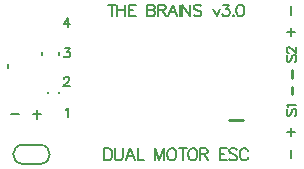
<source format=gto>
G04*
G04 #@! TF.GenerationSoftware,Altium Limited,Altium Designer,21.5.1 (32)*
G04*
G04 Layer_Color=65535*
%FSLAX25Y25*%
%MOIN*%
G70*
G04*
G04 #@! TF.SameCoordinates,46425C1A-2BEC-4B65-9795-0374EE0649E2*
G04*
G04*
G04 #@! TF.FilePolarity,Positive*
G04*
G01*
G75*
%ADD10C,0.00787*%
%ADD11C,0.00984*%
D10*
X5906Y8661D02*
G03*
X5906Y2362I0J-3150D01*
G01*
X11811D02*
G03*
X11811Y8661I0J3150D01*
G01*
X5906Y2362D02*
X11811D01*
X5906Y8661D02*
X11811D01*
X18110Y38681D02*
Y39469D01*
X12402Y38681D02*
Y39469D01*
X18012Y25787D02*
Y26378D01*
X14469Y25787D02*
Y26378D01*
X1181Y34154D02*
Y35728D01*
X35747Y55417D02*
Y51481D01*
X34435Y55417D02*
X37059D01*
X37528D02*
Y51481D01*
X40152Y55417D02*
Y51481D01*
X37528Y53543D02*
X40152D01*
X43676Y55417D02*
X41239D01*
Y51481D01*
X43676D01*
X41239Y53543D02*
X42738D01*
X47424Y55417D02*
Y51481D01*
Y55417D02*
X49111D01*
X49674Y55230D01*
X49861Y55042D01*
X50048Y54667D01*
Y54292D01*
X49861Y53917D01*
X49674Y53730D01*
X49111Y53543D01*
X47424D02*
X49111D01*
X49674Y53355D01*
X49861Y53168D01*
X50048Y52793D01*
Y52231D01*
X49861Y51856D01*
X49674Y51668D01*
X49111Y51481D01*
X47424D01*
X50929Y55417D02*
Y51481D01*
Y55417D02*
X52616D01*
X53179Y55230D01*
X53366Y55042D01*
X53553Y54667D01*
Y54292D01*
X53366Y53917D01*
X53179Y53730D01*
X52616Y53543D01*
X50929D01*
X52241D02*
X53553Y51481D01*
X57433D02*
X55934Y55417D01*
X54434Y51481D01*
X54997Y52793D02*
X56871D01*
X58352Y55417D02*
Y51481D01*
X59176Y55417D02*
Y51481D01*
Y55417D02*
X61801Y51481D01*
Y55417D02*
Y51481D01*
X65512Y54855D02*
X65137Y55230D01*
X64575Y55417D01*
X63825D01*
X63263Y55230D01*
X62888Y54855D01*
Y54480D01*
X63075Y54105D01*
X63263Y53917D01*
X63638Y53730D01*
X64762Y53355D01*
X65137Y53168D01*
X65324Y52980D01*
X65512Y52605D01*
Y52043D01*
X65137Y51668D01*
X64575Y51481D01*
X63825D01*
X63263Y51668D01*
X62888Y52043D01*
X69485Y54105D02*
X70610Y51481D01*
X71735Y54105D02*
X70610Y51481D01*
X72747Y55417D02*
X74809D01*
X73684Y53917D01*
X74246D01*
X74621Y53730D01*
X74809Y53543D01*
X74996Y52980D01*
Y52605D01*
X74809Y52043D01*
X74434Y51668D01*
X73871Y51481D01*
X73309D01*
X72747Y51668D01*
X72559Y51856D01*
X72372Y52231D01*
X76064Y51856D02*
X75877Y51668D01*
X76064Y51481D01*
X76252Y51668D01*
X76064Y51856D01*
X78239Y55417D02*
X77676Y55230D01*
X77302Y54667D01*
X77114Y53730D01*
Y53168D01*
X77302Y52231D01*
X77676Y51668D01*
X78239Y51481D01*
X78614D01*
X79176Y51668D01*
X79551Y52231D01*
X79738Y53168D01*
Y53730D01*
X79551Y54667D01*
X79176Y55230D01*
X78614Y55417D01*
X78239D01*
X33104Y7492D02*
Y3556D01*
Y7492D02*
X34416D01*
X34979Y7304D01*
X35353Y6929D01*
X35541Y6555D01*
X35728Y5992D01*
Y5055D01*
X35541Y4493D01*
X35353Y4118D01*
X34979Y3743D01*
X34416Y3556D01*
X33104D01*
X36609Y7492D02*
Y4680D01*
X36797Y4118D01*
X37172Y3743D01*
X37734Y3556D01*
X38109D01*
X38671Y3743D01*
X39046Y4118D01*
X39233Y4680D01*
Y7492D01*
X43319Y3556D02*
X41820Y7492D01*
X40320Y3556D01*
X40883Y4868D02*
X42757D01*
X44238Y7492D02*
Y3556D01*
X46487D01*
X50011Y7492D02*
Y3556D01*
Y7492D02*
X51510Y3556D01*
X53010Y7492D02*
X51510Y3556D01*
X53010Y7492D02*
Y3556D01*
X55259Y7492D02*
X54884Y7304D01*
X54509Y6929D01*
X54322Y6555D01*
X54135Y5992D01*
Y5055D01*
X54322Y4493D01*
X54509Y4118D01*
X54884Y3743D01*
X55259Y3556D01*
X56009D01*
X56384Y3743D01*
X56759Y4118D01*
X56946Y4493D01*
X57134Y5055D01*
Y5992D01*
X56946Y6555D01*
X56759Y6929D01*
X56384Y7304D01*
X56009Y7492D01*
X55259D01*
X59364D02*
Y3556D01*
X58052Y7492D02*
X60676D01*
X62269D02*
X61894Y7304D01*
X61519Y6929D01*
X61332Y6555D01*
X61145Y5992D01*
Y5055D01*
X61332Y4493D01*
X61519Y4118D01*
X61894Y3743D01*
X62269Y3556D01*
X63019D01*
X63394Y3743D01*
X63769Y4118D01*
X63956Y4493D01*
X64144Y5055D01*
Y5992D01*
X63956Y6555D01*
X63769Y6929D01*
X63394Y7304D01*
X63019Y7492D01*
X62269D01*
X65062D02*
Y3556D01*
Y7492D02*
X66749D01*
X67311Y7304D01*
X67499Y7117D01*
X67686Y6742D01*
Y6367D01*
X67499Y5992D01*
X67311Y5805D01*
X66749Y5617D01*
X65062D01*
X66374D02*
X67686Y3556D01*
X74097Y7492D02*
X71660D01*
Y3556D01*
X74097D01*
X71660Y5617D02*
X73159D01*
X77377Y6929D02*
X77002Y7304D01*
X76439Y7492D01*
X75690D01*
X75127Y7304D01*
X74752Y6929D01*
Y6555D01*
X74940Y6180D01*
X75127Y5992D01*
X75502Y5805D01*
X76627Y5430D01*
X77002Y5243D01*
X77189Y5055D01*
X77377Y4680D01*
Y4118D01*
X77002Y3743D01*
X76439Y3556D01*
X75690D01*
X75127Y3743D01*
X74752Y4118D01*
X81069Y6555D02*
X80882Y6929D01*
X80507Y7304D01*
X80132Y7492D01*
X79382D01*
X79007Y7304D01*
X78632Y6929D01*
X78445Y6555D01*
X78258Y5992D01*
Y5055D01*
X78445Y4493D01*
X78632Y4118D01*
X79007Y3743D01*
X79382Y3556D01*
X80132D01*
X80507Y3743D01*
X80882Y4118D01*
X81069Y4493D01*
X19671Y30648D02*
Y30797D01*
X19821Y31097D01*
X19971Y31247D01*
X20271Y31397D01*
X20871D01*
X21171Y31247D01*
X21321Y31097D01*
X21471Y30797D01*
Y30498D01*
X21321Y30198D01*
X21021Y29748D01*
X19521Y28248D01*
X21621D01*
X1997Y18996D02*
X4696D01*
X9477Y18799D02*
X12176D01*
X10827Y17450D02*
Y20149D01*
X95472Y52095D02*
Y54794D01*
X94123Y46161D02*
X96822D01*
X95472Y44812D02*
Y47511D01*
Y4261D02*
Y6960D01*
X94123Y12894D02*
X96822D01*
X95472Y11544D02*
Y14243D01*
X94348Y20500D02*
X94048Y20200D01*
X93898Y19750D01*
Y19150D01*
X94048Y18700D01*
X94348Y18400D01*
X94648D01*
X94948Y18550D01*
X95098Y18700D01*
X95248Y19000D01*
X95547Y19900D01*
X95697Y20200D01*
X95847Y20350D01*
X96147Y20500D01*
X96597D01*
X96897Y20200D01*
X97047Y19750D01*
Y19150D01*
X96897Y18700D01*
X96597Y18400D01*
X94498Y21204D02*
X94348Y21504D01*
X93898Y21954D01*
X97047D01*
X94348Y38526D02*
X94048Y38226D01*
X93898Y37776D01*
Y37176D01*
X94048Y36726D01*
X94348Y36426D01*
X94648D01*
X94948Y36576D01*
X95098Y36726D01*
X95248Y37026D01*
X95547Y37926D01*
X95697Y38226D01*
X95847Y38376D01*
X96147Y38526D01*
X96597D01*
X96897Y38226D01*
X97047Y37776D01*
Y37176D01*
X96897Y36726D01*
X96597Y36426D01*
X94648Y39380D02*
X94498D01*
X94198Y39530D01*
X94048Y39680D01*
X93898Y39980D01*
Y40580D01*
X94048Y40880D01*
X94198Y41030D01*
X94498Y41180D01*
X94798D01*
X95098Y41030D01*
X95547Y40730D01*
X97047Y39230D01*
Y41330D01*
X21044Y50984D02*
X19545Y48885D01*
X21794D01*
X21044Y50984D02*
Y47835D01*
X19920Y40944D02*
X21569D01*
X20669Y39745D01*
X21119D01*
X21419Y39595D01*
X21569Y39445D01*
X21719Y38995D01*
Y38695D01*
X21569Y38245D01*
X21269Y37946D01*
X20819Y37796D01*
X20369D01*
X19920Y37946D01*
X19770Y38096D01*
X19620Y38395D01*
X20294Y20364D02*
X20594Y20514D01*
X21044Y20964D01*
Y17815D01*
D11*
X74803Y16929D02*
X79528D01*
X95866Y25591D02*
Y27953D01*
X95866Y31102D02*
Y33465D01*
M02*

</source>
